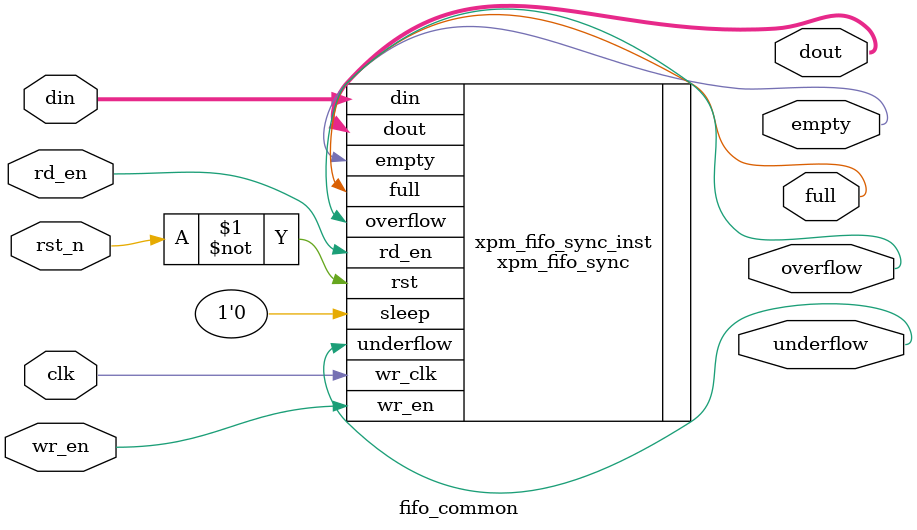
<source format=sv>
`timescale 1ns / 1ps

module fifo_common #(
    parameter WR_DATA_WIDTH    = 32,
    parameter FIFO_DEPTH       = 1024,
    parameter PROG_THRESH      = 100,
    parameter FIFO_MEMORY_TYPE = "auto"
) (
    // common signals
    input  logic                     clk,
    input  logic                     rst_n,
    // control
    input  logic                     rd_en,
    input  logic                     wr_en,
    output logic                     empty,
    output logic                     full,
    // data
    input  logic [WR_DATA_WIDTH-1:0] din,
    output logic [WR_DATA_WIDTH-1:0] dout,
    // debug
    output logic                     overflow,
    output logic                     underflow
);

    xpm_fifo_sync #(
        .CASCADE_HEIGHT(0),  // DECIMAL
        .DOUT_RESET_VALUE("0"),  // String
        .ECC_MODE("no_ecc"),  // String
        .FIFO_MEMORY_TYPE(FIFO_MEMORY_TYPE),  // String
        .FIFO_READ_LATENCY(1),  // DECIMAL
        .FIFO_WRITE_DEPTH(FIFO_DEPTH),  // DECIMAL
        .FULL_RESET_VALUE(0),  // DECIMAL
        .PROG_EMPTY_THRESH(PROG_THRESH),  // DECIMAL
        .PROG_FULL_THRESH(PROG_THRESH),  // DECIMAL
        .RD_DATA_COUNT_WIDTH(1),  // DECIMAL
        .READ_DATA_WIDTH(WR_DATA_WIDTH),  // DECIMAL
        .READ_MODE("std"),  // String
        .SIM_ASSERT_CHK(0),  // DECIMAL; 0=disable simulation messages, 1=enable simulation messages
        .USE_ADV_FEATURES("0101"),  // String
        .WAKEUP_TIME(0),  // DECIMAL
        .WRITE_DATA_WIDTH(WR_DATA_WIDTH),  // DECIMAL
        .WR_DATA_COUNT_WIDTH(1)  // DECIMAL
    ) xpm_fifo_sync_inst (
        //   .almost_empty(almost_empty),   // 1-bit output: Almost Empty : When asserted, this signal indicates that
        //                                  // only one more read can be performed before the FIFO goes to empty.

        //   .almost_full(almost_full),     // 1-bit output: Almost Full: When asserted, this signal indicates that
        //                                  // only one more write can be performed before the FIFO is full.

        //   .data_valid(data_valid),       // 1-bit output: Read Data Valid: When asserted, this signal indicates
        //                                  // that valid data is available on the output bus (dout).

        //   .dbiterr(dbiterr),             // 1-bit output: Double Bit Error: Indicates that the ECC decoder detected
        //                                  // a double-bit error and data in the FIFO core is corrupted.

        .dout(dout),  // READ_DATA_WIDTH-bit output: Read Data: The output data bus is driven
                      // when reading the FIFO.

        .empty(empty),  // 1-bit output: Empty Flag: When asserted, this signal indicates that the
                        // FIFO is empty. Read requests are ignored when the FIFO is empty,
                        // initiating a read while empty is not destructive to the FIFO.

        .full(full),  // 1-bit output: Full Flag: When asserted, this signal indicates that the
                      // FIFO is full. Write requests are ignored when the FIFO is full,
                      // initiating a write when the FIFO is full is not destructive to the
                      // contents of the FIFO.

        .overflow(overflow),  // 1-bit output: Overflow: This signal indicates that a write request
                              // (wren) during the prior clock cycle was rejected, because the FIFO is
                              // full. Overflowing the FIFO is not destructive to the contents of the
                              // FIFO.

        //   .prog_empty(prog_empty),       // 1-bit output: Programmable Empty: This signal is asserted when the
        //                                  // number of words in the FIFO is less than or equal to the programmable
        //                                  // empty threshold value. It is de-asserted when the number of words in
        //                                  // the FIFO exceeds the programmable empty threshold value.

        //   .prog_full(prog_full),         // 1-bit output: Programmable Full: This signal is asserted when the
        //                                  // number of words in the FIFO is greater than or equal to the
        //                                  // programmable full threshold value. It is de-asserted when the number of
        //                                  // words in the FIFO is less than the programmable full threshold value.

        //   .rd_data_count(rd_data_count), // RD_DATA_COUNT_WIDTH-bit output: Read Data Count: This bus indicates the
        //                                  // number of words read from the FIFO.

        //   .rd_rst_busy(rd_rst_busy),     // 1-bit output: Read Reset Busy: Active-High indicator that the FIFO read
        //                                  // domain is currently in a reset state.

        //   .sbiterr(sbiterr),             // 1-bit output: Single Bit Error: Indicates that the ECC decoder detected
        //                                  // and fixed a single-bit error.

        .underflow(underflow),         // 1-bit output: Underflow: Indicates that the read request (rd_en) during
                                       // the previous clock cycle was rejected because the FIFO is empty. Under
                                       // flowing the FIFO is not destructive to the FIFO.

        //   .wr_ack(wr_ack),               // 1-bit output: Write Acknowledge: This signal indicates that a write
        //                                  // request (wr_en) during the prior clock cycle is succeeded.

        //   .wr_data_count(wr_data_count), // WR_DATA_COUNT_WIDTH-bit output: Write Data Count: This bus indicates
        //                                  // the number of words written into the FIFO.

        //   .wr_rst_busy(wr_rst_busy),     // 1-bit output: Write Reset Busy: Active-High indicator that the FIFO
        //                                  // write domain is currently in a reset state.

        .din(din),  // WRITE_DATA_WIDTH-bit input: Write Data: The input data bus used when
                    // writing the FIFO.

        //   .injectdbiterr(injectdbiterr), // 1-bit input: Double Bit Error Injection: Injects a double bit error if
        //                                  // the ECC feature is used on block RAMs or UltraRAM macros.

        //   .injectsbiterr(injectsbiterr), // 1-bit input: Single Bit Error Injection: Injects a single bit error if
        //                                  // the ECC feature is used on block RAMs or UltraRAM macros.

        .rd_en(rd_en),  // 1-bit input: Read Enable: If the FIFO is not empty, asserting this
                        // signal causes data (on dout) to be read from the FIFO. Must be held
                        // active-low when rd_rst_busy is active high.

        .rst(~rst_n),  // 1-bit input: Reset: Must be synchronous to wr_clk. The clock(s) can be
        // unstable at the time of applying reset, but reset must be released only
        // after the clock(s) is/are stable.

        .sleep(1'b0),  // 1-bit input: Dynamic power saving- If sleep is High, the memory/fifo
                       // block is in power saving mode.

        .wr_clk(clk),  // 1-bit input: Write clock: Used for write operation. wr_clk must be a
        // free running clock.

        .wr_en(wr_en)  // 1-bit input: Write Enable: If the FIFO is not full, asserting this
                       // signal causes data (on din) to be written to the FIFO Must be held
                       // active-low when rst or wr_rst_busy or rd_rst_busy is active high

    );

endmodule

// XPM_FIFO instantiation template for Synchronous FIFO configurations
// Refer to the targeted device family architecture libraries guide for XPM_FIFO documentation
// =======================================================================================================================

// Parameter usage table, organized as follows:
// +---------------------------------------------------------------------------------------------------------------------+
// | Parameter name       | Data type          | Restrictions, if applicable                                             |
// |---------------------------------------------------------------------------------------------------------------------|
// | Description                                                                                                         |
// +---------------------------------------------------------------------------------------------------------------------+
// +---------------------------------------------------------------------------------------------------------------------+
// | CASCADE_HEIGHT       | Integer            | Range: 0 - 64. Default value = 0.                                       |
// |---------------------------------------------------------------------------------------------------------------------|
// | 0- No Cascade Height, Allow Vivado Synthesis to choose.                                                             |
// | 1 or more - Vivado Synthesis sets the specified value as Cascade Height.                                            |
// +---------------------------------------------------------------------------------------------------------------------+
// | DOUT_RESET_VALUE     | String             | Default value = 0.                                                      |
// |---------------------------------------------------------------------------------------------------------------------|
// | Reset value of read data path.                                                                                      |
// +---------------------------------------------------------------------------------------------------------------------+
// | ECC_MODE             | String             | Allowed values: no_ecc, en_ecc. Default value = no_ecc.                 |
// |---------------------------------------------------------------------------------------------------------------------|
// |                                                                                                                     |
// |   "no_ecc" - Disables ECC                                                                                           |
// |   "en_ecc" - Enables both ECC Encoder and Decoder                                                                   |
// |                                                                                                                     |
// | NOTE: ECC_MODE should be "no_ecc" if FIFO_MEMORY_TYPE is set to "auto". Violating this may result incorrect behavior.|
// +---------------------------------------------------------------------------------------------------------------------+
// | FIFO_MEMORY_TYPE     | String             | Allowed values: auto, block, distributed, ultra. Default value = auto.  |
// |---------------------------------------------------------------------------------------------------------------------|
// | Designate the fifo memory primitive (resource type) to use-                                                         |
// |                                                                                                                     |
// |   "auto"- Allow Vivado Synthesis to choose                                                                          |
// |   "block"- Block RAM FIFO                                                                                           |
// |   "distributed"- Distributed RAM FIFO                                                                               |
// |   "ultra"- URAM FIFO                                                                                                |
// |                                                                                                                     |
// | NOTE: There may be a behavior mismatch if Block RAM or Ultra RAM specific features, like ECC or Asymmetry, are selected with FIFO_MEMORY_TYPE set to "auto".|
// +---------------------------------------------------------------------------------------------------------------------+
// | FIFO_READ_LATENCY    | Integer            | Range: 0 - 100. Default value = 1.                                      |
// |---------------------------------------------------------------------------------------------------------------------|
// | Number of output register stages in the read data path                                                              |
// |                                                                                                                     |
// |   If READ_MODE = "fwft", then the only applicable value is 0                                                        |
// +---------------------------------------------------------------------------------------------------------------------+
// | FIFO_WRITE_DEPTH     | Integer            | Range: 16 - 4194304. Default value = 2048.                              |
// |---------------------------------------------------------------------------------------------------------------------|
// | Defines the FIFO Write Depth, must be power of two                                                                  |
// |                                                                                                                     |
// |   In standard READ_MODE, the effective depth = FIFO_WRITE_DEPTH                                                     |
// |   In First-Word-Fall-Through READ_MODE, the effective depth = FIFO_WRITE_DEPTH+2                                    |
// |                                                                                                                     |
// | NOTE: The maximum FIFO size (width x depth) is limited to 150-Megabits.                                             |
// +---------------------------------------------------------------------------------------------------------------------+
// | FULL_RESET_VALUE     | Integer            | Range: 0 - 1. Default value = 0.                                        |
// |---------------------------------------------------------------------------------------------------------------------|
// | Sets full, almost_full and prog_full to FULL_RESET_VALUE during reset                                               |
// +---------------------------------------------------------------------------------------------------------------------+
// | PROG_EMPTY_THRESH    | Integer            | Range: 3 - 4194304. Default value = 10.                                 |
// |---------------------------------------------------------------------------------------------------------------------|
// | Specifies the minimum number of read words in the FIFO at or below which prog_empty is asserted.                    |
// |                                                                                                                     |
// |   Min_Value = 3 + (READ_MODE_VAL*2)                                                                                 |
// |   Max_Value = (FIFO_WRITE_DEPTH-3) - (READ_MODE_VAL*2)                                                              |
// |                                                                                                                     |
// | If READ_MODE = "std", then READ_MODE_VAL = 0; Otherwise READ_MODE_VAL = 1.                                          |
// | NOTE: The default threshold value is dependent on default FIFO_WRITE_DEPTH value. If FIFO_WRITE_DEPTH value is      |
// | changed, ensure the threshold value is within the valid range though the programmable flags are not used.           |
// +---------------------------------------------------------------------------------------------------------------------+
// | PROG_FULL_THRESH     | Integer            | Range: 3 - 4194301. Default value = 10.                                 |
// |---------------------------------------------------------------------------------------------------------------------|
// | Specifies the maximum number of write words in the FIFO at or above which prog_full is asserted.                    |
// |                                                                                                                     |
// |   Min_Value = 3 + (READ_MODE_VAL*2*(FIFO_WRITE_DEPTH/FIFO_READ_DEPTH))                                              |
// |   Max_Value = (FIFO_WRITE_DEPTH-3) - (READ_MODE_VAL*2*(FIFO_WRITE_DEPTH/FIFO_READ_DEPTH))                           |
// |                                                                                                                     |
// | If READ_MODE = "std", then READ_MODE_VAL = 0; Otherwise READ_MODE_VAL = 1.                                          |
// | NOTE: The default threshold value is dependent on default FIFO_WRITE_DEPTH value. If FIFO_WRITE_DEPTH value is      |
// | changed, ensure the threshold value is within the valid range though the programmable flags are not used.           |
// +---------------------------------------------------------------------------------------------------------------------+
// | RD_DATA_COUNT_WIDTH  | Integer            | Range: 1 - 23. Default value = 1.                                       |
// |---------------------------------------------------------------------------------------------------------------------|
// | Specifies the width of rd_data_count. To reflect the correct value, the width should be log2(FIFO_READ_DEPTH)+1.    |
// |                                                                                                                     |
// |   FIFO_READ_DEPTH = FIFO_WRITE_DEPTH*WRITE_DATA_WIDTH/READ_DATA_WIDTH                                               |
// +---------------------------------------------------------------------------------------------------------------------+
// | READ_DATA_WIDTH      | Integer            | Range: 1 - 4096. Default value = 32.                                    |
// |---------------------------------------------------------------------------------------------------------------------|
// | Defines the width of the read data port, dout                                                                       |
// |                                                                                                                     |
// |   Write and read width aspect ratio must be 1:1, 1:2, 1:4, 1:8, 8:1, 4:1 and 2:1                                    |
// |   For example, if WRITE_DATA_WIDTH is 32, then the READ_DATA_WIDTH must be 32, 64,128, 256, 16, 8, 4.               |
// |                                                                                                                     |
// | NOTE:                                                                                                               |
// |                                                                                                                     |
// |   READ_DATA_WIDTH should be equal to WRITE_DATA_WIDTH if FIFO_MEMORY_TYPE is set to "auto". Violating this may result incorrect behavior. |
// |   The maximum FIFO size (width x depth) is limited to 150-Megabits.                                                 |
// +---------------------------------------------------------------------------------------------------------------------+
// | READ_MODE            | String             | Allowed values: std, fwft. Default value = std.                         |
// |---------------------------------------------------------------------------------------------------------------------|
// |                                                                                                                     |
// |   "std"- standard read mode                                                                                         |
// |   "fwft"- First-Word-Fall-Through read mode                                                                         |
// +---------------------------------------------------------------------------------------------------------------------+
// | SIM_ASSERT_CHK       | Integer            | Range: 0 - 1. Default value = 0.                                        |
// |---------------------------------------------------------------------------------------------------------------------|
// | 0- Disable simulation message reporting. Messages related to potential misuse will not be reported.                 |
// | 1- Enable simulation message reporting. Messages related to potential misuse will be reported.                      |
// +---------------------------------------------------------------------------------------------------------------------+
// | USE_ADV_FEATURES     | String             | Default value = 0707.                                                   |
// |---------------------------------------------------------------------------------------------------------------------|
// | Enables data_valid, almost_empty, rd_data_count, prog_empty, underflow, wr_ack, almost_full, wr_data_count,         |
// | prog_full, overflow features.                                                                                       |
// |                                                                                                                     |
// |   Setting USE_ADV_FEATURES[0] to 1 enables overflow flag; Default value of this bit is 1                            |
// |   Setting USE_ADV_FEATURES[1] to 1 enables prog_full flag; Default value of this bit is 1                           |
// |   Setting USE_ADV_FEATURES[2] to 1 enables wr_data_count; Default value of this bit is 1                            |
// |   Setting USE_ADV_FEATURES[3] to 1 enables almost_full flag; Default value of this bit is 0                         |
// |   Setting USE_ADV_FEATURES[4] to 1 enables wr_ack flag; Default value of this bit is 0                              |
// |   Setting USE_ADV_FEATURES[8] to 1 enables underflow flag; Default value of this bit is 1                           |
// |   Setting USE_ADV_FEATURES[9] to 1 enables prog_empty flag; Default value of this bit is 1                          |
// |   Setting USE_ADV_FEATURES[10] to 1 enables rd_data_count; Default value of this bit is 1                           |
// |   Setting USE_ADV_FEATURES[11] to 1 enables almost_empty flag; Default value of this bit is 0                       |
// |   Setting USE_ADV_FEATURES[12] to 1 enables data_valid flag; Default value of this bit is 0                         |
// +---------------------------------------------------------------------------------------------------------------------+
// | WAKEUP_TIME          | Integer            | Range: 0 - 2. Default value = 0.                                        |
// |---------------------------------------------------------------------------------------------------------------------|
// |                                                                                                                     |
// |   0 - Disable sleep                                                                                                 |
// |   2 - Use Sleep Pin                                                                                                 |
// |                                                                                                                     |
// | NOTE: WAKEUP_TIME should be 0 if FIFO_MEMORY_TYPE is set to "auto". Violating this may result incorrect behavior.   |
// +---------------------------------------------------------------------------------------------------------------------+
// | WRITE_DATA_WIDTH     | Integer            | Range: 1 - 4096. Default value = 32.                                    |
// |---------------------------------------------------------------------------------------------------------------------|
// | Defines the width of the write data port, din                                                                       |
// |                                                                                                                     |
// |   Write and read width aspect ratio must be 1:1, 1:2, 1:4, 1:8, 8:1, 4:1 and 2:1                                    |
// |   For example, if WRITE_DATA_WIDTH is 32, then the READ_DATA_WIDTH must be 32, 64,128, 256, 16, 8, 4.               |
// |                                                                                                                     |
// | NOTE:                                                                                                               |
// |                                                                                                                     |
// |   WRITE_DATA_WIDTH should be equal to READ_DATA_WIDTH if FIFO_MEMORY_TYPE is set to "auto". Violating this may result incorrect behavior.|
// |   The maximum FIFO size (width x depth) is limited to 150-Megabits.                                                 |
// +---------------------------------------------------------------------------------------------------------------------+
// | WR_DATA_COUNT_WIDTH  | Integer            | Range: 1 - 23. Default value = 1.                                       |
// |---------------------------------------------------------------------------------------------------------------------|
// | Specifies the width of wr_data_count. To reflect the correct value, the width should be log2(FIFO_WRITE_DEPTH)+1.   |
// +---------------------------------------------------------------------------------------------------------------------+

// Port usage table, organized as follows:
// +---------------------------------------------------------------------------------------------------------------------+
// | Port name      | Direction | Size, in bits                         | Domain  | Sense       | Handling if unused     |
// |---------------------------------------------------------------------------------------------------------------------|
// | Description                                                                                                         |
// +---------------------------------------------------------------------------------------------------------------------+
// +---------------------------------------------------------------------------------------------------------------------+
// | almost_empty   | Output    | 1                                     | wr_clk  | Active-high | DoNotCare              |
// |---------------------------------------------------------------------------------------------------------------------|
// | Almost Empty : When asserted, this signal indicates that only one more read can be performed before the FIFO goes to|
// | empty.                                                                                                              |
// +---------------------------------------------------------------------------------------------------------------------+
// | almost_full    | Output    | 1                                     | wr_clk  | Active-high | DoNotCare              |
// |---------------------------------------------------------------------------------------------------------------------|
// | Almost Full: When asserted, this signal indicates that only one more write can be performed before the FIFO is full.|
// +---------------------------------------------------------------------------------------------------------------------+
// | data_valid     | Output    | 1                                     | wr_clk  | Active-high | DoNotCare              |
// |---------------------------------------------------------------------------------------------------------------------|
// | Read Data Valid: When asserted, this signal indicates that valid data is available on the output bus (dout).        |
// +---------------------------------------------------------------------------------------------------------------------+
// | dbiterr        | Output    | 1                                     | wr_clk  | Active-high | DoNotCare              |
// |---------------------------------------------------------------------------------------------------------------------|
// | Double Bit Error: Indicates that the ECC decoder detected a double-bit error and data in the FIFO core is corrupted.|
// +---------------------------------------------------------------------------------------------------------------------+
// | din            | Input     | WRITE_DATA_WIDTH                      | wr_clk  | NA          | Required               |
// |---------------------------------------------------------------------------------------------------------------------|
// | Write Data: The input data bus used when writing the FIFO.                                                          |
// +---------------------------------------------------------------------------------------------------------------------+
// | dout           | Output    | READ_DATA_WIDTH                       | wr_clk  | NA          | Required               |
// |---------------------------------------------------------------------------------------------------------------------|
// | Read Data: The output data bus is driven when reading the FIFO.                                                     |
// +---------------------------------------------------------------------------------------------------------------------+
// | empty          | Output    | 1                                     | wr_clk  | Active-high | Required               |
// |---------------------------------------------------------------------------------------------------------------------|
// | Empty Flag: When asserted, this signal indicates that the FIFO is empty.                                            |
// | Read requests are ignored when the FIFO is empty, initiating a read while empty is not destructive to the FIFO.     |
// +---------------------------------------------------------------------------------------------------------------------+
// | full           | Output    | 1                                     | wr_clk  | Active-high | Required               |
// |---------------------------------------------------------------------------------------------------------------------|
// | Full Flag: When asserted, this signal indicates that the FIFO is full.                                              |
// | Write requests are ignored when the FIFO is full, initiating a write when the FIFO is full is not destructive       |
// | to the contents of the FIFO.                                                                                        |
// +---------------------------------------------------------------------------------------------------------------------+
// | injectdbiterr  | Input     | 1                                     | wr_clk  | Active-high | Tie to 1'b0            |
// |---------------------------------------------------------------------------------------------------------------------|
// | Double Bit Error Injection: Injects a double bit error if the ECC feature is used on block RAMs or                  |
// | UltraRAM macros.                                                                                                    |
// +---------------------------------------------------------------------------------------------------------------------+
// | injectsbiterr  | Input     | 1                                     | wr_clk  | Active-high | Tie to 1'b0            |
// |---------------------------------------------------------------------------------------------------------------------|
// | Single Bit Error Injection: Injects a single bit error if the ECC feature is used on block RAMs or                  |
// | UltraRAM macros.                                                                                                    |
// +---------------------------------------------------------------------------------------------------------------------+
// | overflow       | Output    | 1                                     | wr_clk  | Active-high | DoNotCare              |
// |---------------------------------------------------------------------------------------------------------------------|
// | Overflow: This signal indicates that a write request (wren) during the prior clock cycle was rejected,              |
// | because the FIFO is full. Overflowing the FIFO is not destructive to the contents of the FIFO.                      |
// +---------------------------------------------------------------------------------------------------------------------+
// | prog_empty     | Output    | 1                                     | wr_clk  | Active-high | DoNotCare              |
// |---------------------------------------------------------------------------------------------------------------------|
// | Programmable Empty: This signal is asserted when the number of words in the FIFO is less than or equal              |
// | to the programmable empty threshold value.                                                                          |
// | It is de-asserted when the number of words in the FIFO exceeds the programmable empty threshold value.              |
// +---------------------------------------------------------------------------------------------------------------------+
// | prog_full      | Output    | 1                                     | wr_clk  | Active-high | DoNotCare              |
// |---------------------------------------------------------------------------------------------------------------------|
// | Programmable Full: This signal is asserted when the number of words in the FIFO is greater than or equal            |
// | to the programmable full threshold value.                                                                           |
// | It is de-asserted when the number of words in the FIFO is less than the programmable full threshold value.          |
// +---------------------------------------------------------------------------------------------------------------------+
// | rd_data_count  | Output    | RD_DATA_COUNT_WIDTH                   | wr_clk  | NA          | DoNotCare              |
// |---------------------------------------------------------------------------------------------------------------------|
// | Read Data Count: This bus indicates the number of words read from the FIFO.                                         |
// +---------------------------------------------------------------------------------------------------------------------+
// | rd_en          | Input     | 1                                     | wr_clk  | Active-high | Required               |
// |---------------------------------------------------------------------------------------------------------------------|
// | Read Enable: If the FIFO is not empty, asserting this signal causes data (on dout) to be read from the FIFO.        |
// |                                                                                                                     |
// |   Must be held active-low when rd_rst_busy is active high.                                                          |
// +---------------------------------------------------------------------------------------------------------------------+
// | rd_rst_busy    | Output    | 1                                     | wr_clk  | Active-high | DoNotCare              |
// |---------------------------------------------------------------------------------------------------------------------|
// | Read Reset Busy: Active-High indicator that the FIFO read domain is currently in a reset state.                     |
// +---------------------------------------------------------------------------------------------------------------------+
// | rst            | Input     | 1                                     | wr_clk  | Active-high | Required               |
// |---------------------------------------------------------------------------------------------------------------------|
// | Reset: Must be synchronous to wr_clk. The clock(s) can be unstable at the time of applying reset, but reset must be released only after the clock(s) is/are stable.|
// +---------------------------------------------------------------------------------------------------------------------+
// | sbiterr        | Output    | 1                                     | wr_clk  | Active-high | DoNotCare              |
// |---------------------------------------------------------------------------------------------------------------------|
// | Single Bit Error: Indicates that the ECC decoder detected and fixed a single-bit error.                             |
// +---------------------------------------------------------------------------------------------------------------------+
// | sleep          | Input     | 1                                     | NA      | Active-high | Tie to 1'b0            |
// |---------------------------------------------------------------------------------------------------------------------|
// | Dynamic power saving- If sleep is High, the memory/fifo block is in power saving mode.                              |
// +---------------------------------------------------------------------------------------------------------------------+
// | underflow      | Output    | 1                                     | wr_clk  | Active-high | DoNotCare              |
// |---------------------------------------------------------------------------------------------------------------------|
// | Underflow: Indicates that the read request (rd_en) during the previous clock cycle was rejected                     |
// | because the FIFO is empty. Under flowing the FIFO is not destructive to the FIFO.                                   |
// +---------------------------------------------------------------------------------------------------------------------+
// | wr_ack         | Output    | 1                                     | wr_clk  | Active-high | DoNotCare              |
// |---------------------------------------------------------------------------------------------------------------------|
// | Write Acknowledge: This signal indicates that a write request (wr_en) during the prior clock cycle is succeeded.    |
// +---------------------------------------------------------------------------------------------------------------------+
// | wr_clk         | Input     | 1                                     | NA      | Rising edge | Required               |
// |---------------------------------------------------------------------------------------------------------------------|
// | Write clock: Used for write operation. wr_clk must be a free running clock.                                         |
// +---------------------------------------------------------------------------------------------------------------------+
// | wr_data_count  | Output    | WR_DATA_COUNT_WIDTH                   | wr_clk  | NA          | DoNotCare              |
// |---------------------------------------------------------------------------------------------------------------------|
// | Write Data Count: This bus indicates the number of words written into the FIFO.                                     |
// +---------------------------------------------------------------------------------------------------------------------+
// | wr_en          | Input     | 1                                     | wr_clk  | Active-high | Required               |
// |---------------------------------------------------------------------------------------------------------------------|
// | Write Enable: If the FIFO is not full, asserting this signal causes data (on din) to be written to the FIFO         |
// |                                                                                                                     |
// |   Must be held active-low when rst or wr_rst_busy or rd_rst_busy is active high                                     |
// +---------------------------------------------------------------------------------------------------------------------+
// | wr_rst_busy    | Output    | 1                                     | wr_clk  | Active-high | DoNotCare              |
// |---------------------------------------------------------------------------------------------------------------------|
// | Write Reset Busy: Active-High indicator that the FIFO write domain is currently in a reset state.                   |
// +---------------------------------------------------------------------------------------------------------------------+


// xpm_fifo_sync : In order to incorporate this function into the design,
//    Verilog    : the following instance declaration needs to be placed
//   instance    : in the body of the design code.  The instance name
//  declaration  : (xpm_fifo_sync_inst) and/or the port declarations within the
//     code      : parenthesis may be changed to properly reference and
//               : connect this function to the design.  All inputs
//               : and outputs must be connected.

//  Please reference the appropriate libraries guide for additional information on the XPM modules.

//  <-----Cut code below this line---->

// xpm_fifo_sync: Synchronous FIFO
// Xilinx Parameterized Macro, version 2021.2


// End of xpm_fifo_sync_inst instantiation


</source>
